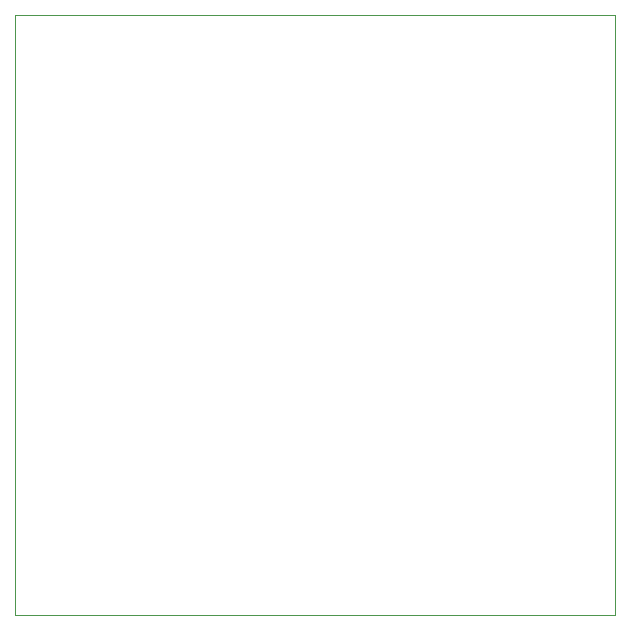
<source format=gbr>
G04 #@! TF.GenerationSoftware,KiCad,Pcbnew,(5.1.9)-1*
G04 #@! TF.CreationDate,2021-05-04T10:01:55+09:00*
G04 #@! TF.ProjectId,ipm165,69706d31-3635-42e6-9b69-6361645f7063,0*
G04 #@! TF.SameCoordinates,Original*
G04 #@! TF.FileFunction,Profile,NP*
%FSLAX46Y46*%
G04 Gerber Fmt 4.6, Leading zero omitted, Abs format (unit mm)*
G04 Created by KiCad (PCBNEW (5.1.9)-1) date 2021-05-04 10:01:55*
%MOMM*%
%LPD*%
G01*
G04 APERTURE LIST*
G04 #@! TA.AperFunction,Profile*
%ADD10C,0.050000*%
G04 #@! TD*
G04 APERTURE END LIST*
D10*
X73660000Y-20320000D02*
X73660000Y-71120000D01*
X22860000Y-20320000D02*
X73660000Y-20320000D01*
X22860000Y-71120000D02*
X22860000Y-20320000D01*
X73660000Y-71120000D02*
X22860000Y-71120000D01*
M02*

</source>
